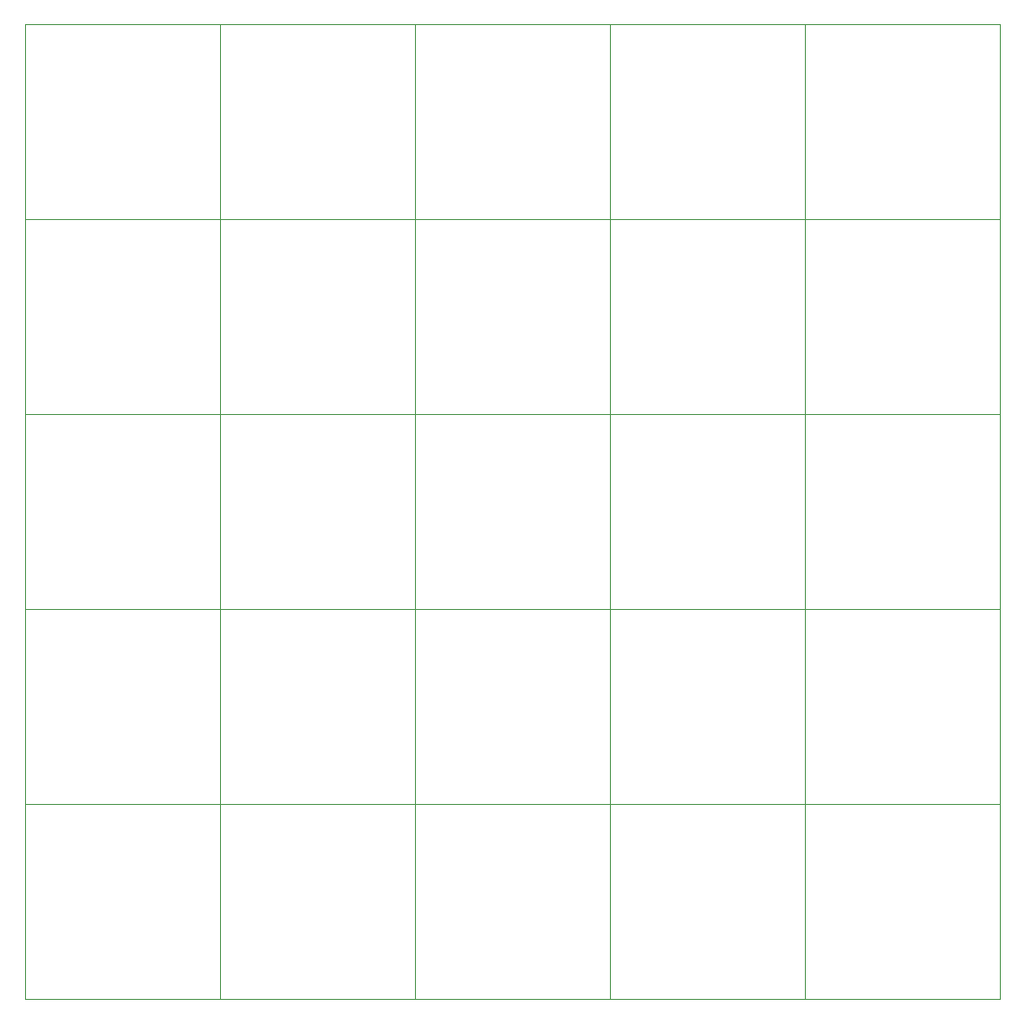
<source format=gbr>
G04 #@! TF.GenerationSoftware,KiCad,Pcbnew,5.1.5-52549c5~86~ubuntu18.04.1*
G04 #@! TF.CreationDate,2020-10-13T18:15:45-05:00*
G04 #@! TF.ProjectId,,58585858-5858-4585-9858-585858585858,rev?*
G04 #@! TF.SameCoordinates,Original*
G04 #@! TF.FileFunction,Profile,NP*
%FSLAX46Y46*%
G04 Gerber Fmt 4.6, Leading zero omitted, Abs format (unit mm)*
G04 Created by KiCad (PCBNEW 5.1.5-52549c5~86~ubuntu18.04.1) date 2020-10-13 18:15:45*
%MOMM*%
%LPD*%
G04 APERTURE LIST*
%ADD10C,0.050000*%
G04 APERTURE END LIST*
D10*
X178496000Y-118653600D02*
X178496000Y-136433600D01*
X160716000Y-118653600D02*
X160716000Y-136433600D01*
X142936000Y-118653600D02*
X142936000Y-136433600D01*
X125156000Y-118653600D02*
X125156000Y-136433600D01*
X107376000Y-118653600D02*
X107376000Y-136433600D01*
X178496000Y-100873600D02*
X178496000Y-118653600D01*
X160716000Y-100873600D02*
X160716000Y-118653600D01*
X142936000Y-100873600D02*
X142936000Y-118653600D01*
X125156000Y-100873600D02*
X125156000Y-118653600D01*
X107376000Y-100873600D02*
X107376000Y-118653600D01*
X178496000Y-83093600D02*
X178496000Y-100873600D01*
X160716000Y-83093600D02*
X160716000Y-100873600D01*
X142936000Y-83093600D02*
X142936000Y-100873600D01*
X125156000Y-83093600D02*
X125156000Y-100873600D01*
X107376000Y-83093600D02*
X107376000Y-100873600D01*
X178496000Y-65313600D02*
X178496000Y-83093600D01*
X160716000Y-65313600D02*
X160716000Y-83093600D01*
X142936000Y-65313600D02*
X142936000Y-83093600D01*
X125156000Y-65313600D02*
X125156000Y-83093600D01*
X107376000Y-65313600D02*
X107376000Y-83093600D01*
X178496000Y-47533600D02*
X178496000Y-65313600D01*
X160716000Y-47533600D02*
X160716000Y-65313600D01*
X142936000Y-47533600D02*
X142936000Y-65313600D01*
X125156000Y-47533600D02*
X125156000Y-65313600D01*
X160716000Y-136433600D02*
X178496000Y-136433600D01*
X142936000Y-136433600D02*
X160716000Y-136433600D01*
X125156000Y-136433600D02*
X142936000Y-136433600D01*
X107376000Y-136433600D02*
X125156000Y-136433600D01*
X89596000Y-136433600D02*
X107376000Y-136433600D01*
X160716000Y-118653600D02*
X178496000Y-118653600D01*
X142936000Y-118653600D02*
X160716000Y-118653600D01*
X125156000Y-118653600D02*
X142936000Y-118653600D01*
X107376000Y-118653600D02*
X125156000Y-118653600D01*
X89596000Y-118653600D02*
X107376000Y-118653600D01*
X160716000Y-100873600D02*
X178496000Y-100873600D01*
X142936000Y-100873600D02*
X160716000Y-100873600D01*
X125156000Y-100873600D02*
X142936000Y-100873600D01*
X107376000Y-100873600D02*
X125156000Y-100873600D01*
X89596000Y-100873600D02*
X107376000Y-100873600D01*
X160716000Y-83093600D02*
X178496000Y-83093600D01*
X142936000Y-83093600D02*
X160716000Y-83093600D01*
X125156000Y-83093600D02*
X142936000Y-83093600D01*
X107376000Y-83093600D02*
X125156000Y-83093600D01*
X89596000Y-83093600D02*
X107376000Y-83093600D01*
X160716000Y-65313600D02*
X178496000Y-65313600D01*
X142936000Y-65313600D02*
X160716000Y-65313600D01*
X125156000Y-65313600D02*
X142936000Y-65313600D01*
X107376000Y-65313600D02*
X125156000Y-65313600D01*
X160716000Y-118653600D02*
X160716000Y-136433600D01*
X142936000Y-118653600D02*
X142936000Y-136433600D01*
X125156000Y-118653600D02*
X125156000Y-136433600D01*
X107376000Y-118653600D02*
X107376000Y-136433600D01*
X89596000Y-118653600D02*
X89596000Y-136433600D01*
X160716000Y-100873600D02*
X160716000Y-118653600D01*
X142936000Y-100873600D02*
X142936000Y-118653600D01*
X125156000Y-100873600D02*
X125156000Y-118653600D01*
X107376000Y-100873600D02*
X107376000Y-118653600D01*
X89596000Y-100873600D02*
X89596000Y-118653600D01*
X160716000Y-83093600D02*
X160716000Y-100873600D01*
X142936000Y-83093600D02*
X142936000Y-100873600D01*
X125156000Y-83093600D02*
X125156000Y-100873600D01*
X107376000Y-83093600D02*
X107376000Y-100873600D01*
X89596000Y-83093600D02*
X89596000Y-100873600D01*
X160716000Y-65313600D02*
X160716000Y-83093600D01*
X142936000Y-65313600D02*
X142936000Y-83093600D01*
X125156000Y-65313600D02*
X125156000Y-83093600D01*
X107376000Y-65313600D02*
X107376000Y-83093600D01*
X89596000Y-65313600D02*
X89596000Y-83093600D01*
X160716000Y-47533600D02*
X160716000Y-65313600D01*
X142936000Y-47533600D02*
X142936000Y-65313600D01*
X125156000Y-47533600D02*
X125156000Y-65313600D01*
X107376000Y-47533600D02*
X107376000Y-65313600D01*
X160716000Y-118653600D02*
X178496000Y-118653600D01*
X142936000Y-118653600D02*
X160716000Y-118653600D01*
X125156000Y-118653600D02*
X142936000Y-118653600D01*
X107376000Y-118653600D02*
X125156000Y-118653600D01*
X89596000Y-118653600D02*
X107376000Y-118653600D01*
X160716000Y-100873600D02*
X178496000Y-100873600D01*
X142936000Y-100873600D02*
X160716000Y-100873600D01*
X125156000Y-100873600D02*
X142936000Y-100873600D01*
X107376000Y-100873600D02*
X125156000Y-100873600D01*
X89596000Y-100873600D02*
X107376000Y-100873600D01*
X160716000Y-83093600D02*
X178496000Y-83093600D01*
X142936000Y-83093600D02*
X160716000Y-83093600D01*
X125156000Y-83093600D02*
X142936000Y-83093600D01*
X107376000Y-83093600D02*
X125156000Y-83093600D01*
X89596000Y-83093600D02*
X107376000Y-83093600D01*
X160716000Y-65313600D02*
X178496000Y-65313600D01*
X142936000Y-65313600D02*
X160716000Y-65313600D01*
X125156000Y-65313600D02*
X142936000Y-65313600D01*
X107376000Y-65313600D02*
X125156000Y-65313600D01*
X89596000Y-65313600D02*
X107376000Y-65313600D01*
X160716000Y-47533600D02*
X178496000Y-47533600D01*
X142936000Y-47533600D02*
X160716000Y-47533600D01*
X125156000Y-47533600D02*
X142936000Y-47533600D01*
X107376000Y-47533600D02*
X125156000Y-47533600D01*
X107376000Y-47533600D02*
X107376000Y-65313600D01*
X89596000Y-65313600D02*
X107376000Y-65313600D01*
X89596000Y-47533600D02*
X107376000Y-47533600D01*
X89596000Y-47533600D02*
X89596000Y-65313600D01*
M02*

</source>
